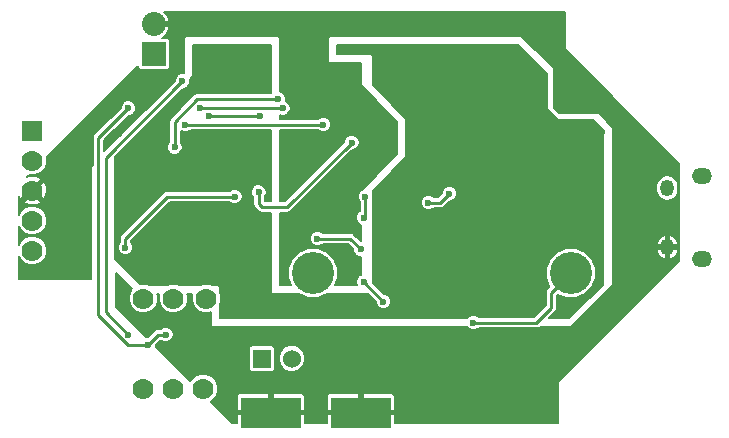
<source format=gbr>
G04 #@! TF.FileFunction,Copper,L2,Bot,Signal*
%FSLAX46Y46*%
G04 Gerber Fmt 4.6, Leading zero omitted, Abs format (unit mm)*
G04 Created by KiCad (PCBNEW 4.0.6-e0-6349~52~ubuntu16.10.1) date Wed Sep 13 22:27:02 2017*
%MOMM*%
%LPD*%
G01*
G04 APERTURE LIST*
%ADD10C,0.100000*%
%ADD11C,3.556000*%
%ADD12R,1.778000X1.778000*%
%ADD13C,1.778000*%
%ADD14O,1.150000X1.400000*%
%ADD15O,1.700000X1.325000*%
%ADD16R,2.032000X2.032000*%
%ADD17O,2.032000X2.032000*%
%ADD18R,5.080000X2.540000*%
%ADD19R,1.524000X1.524000*%
%ADD20C,1.524000*%
%ADD21C,0.600000*%
%ADD22C,0.250000*%
%ADD23C,0.203200*%
G04 APERTURE END LIST*
D10*
D11*
X17526000Y-4699000D03*
D12*
X-28067000Y7366000D03*
D13*
X-28067000Y4826000D03*
X-28067000Y2286000D03*
X-28067000Y-254000D03*
X-28067000Y-2794000D03*
X-18669000Y-14478000D03*
X-16129000Y-14478000D03*
X-13589000Y-14478000D03*
X-13335000Y-6858000D03*
X-16129000Y-6858000D03*
X-18669000Y-6858000D03*
D14*
X25695000Y-2500000D03*
X25695000Y2500000D03*
D15*
X28595000Y-3500000D03*
X28595000Y3500000D03*
D16*
X-17780000Y13843000D03*
D17*
X-17780000Y16383000D03*
D11*
X-4318000Y-4699000D03*
D18*
X-254000Y-16510000D03*
X-7874000Y-16510000D03*
D19*
X-8636000Y-11938000D03*
D20*
X-6096000Y-11938000D03*
D21*
X19685000Y-2921000D03*
X14986000Y10414000D03*
X20193000Y7239000D03*
X20066000Y5715000D03*
X11684000Y-6858000D03*
X-11303000Y13208000D03*
X-9779000Y13208000D03*
X-20447000Y2286000D03*
X-19685000Y3048000D03*
X3175000Y2286000D03*
X-6731000Y11811000D03*
X11430000Y-9779000D03*
X22098000Y-6350000D03*
X16637000Y9271000D03*
X12954000Y16891000D03*
X22987000Y7620000D03*
X22733000Y4064000D03*
X23622000Y2921000D03*
X-6350000Y-1651000D03*
X-13335000Y-10414000D03*
X-9779000Y16764000D03*
X-13970000Y16383000D03*
X-5207000Y4826000D03*
X-24003000Y2286000D03*
X-20701000Y7112000D03*
X-25781000Y-1016000D03*
X-635000Y3810000D03*
X-2159000Y3556000D03*
X-10922000Y1778000D03*
X-20193000Y-2540000D03*
X-254000Y-2667000D03*
X-3937000Y-1778000D03*
X-13843000Y9271000D03*
X-6858000Y9271000D03*
X-15113000Y7874000D03*
X-3429000Y7874000D03*
X-7239000Y10033000D03*
X-16002000Y5969000D03*
X-8890000Y2159000D03*
X-1016000Y6350000D03*
X9271000Y-8890000D03*
X-16764000Y-9906000D03*
X-19939000Y9271000D03*
X-18288000Y-10795000D03*
X-19939000Y-9906000D03*
X-15367000Y11557000D03*
X127000Y1778000D03*
X0Y0D03*
X5461000Y1270000D03*
X7239000Y2032000D03*
X0Y-5461000D03*
X1651000Y-7112000D03*
X-8763000Y8636000D03*
X-13081000Y8636000D03*
D22*
X-16637000Y1778000D02*
X-20193000Y-1778000D01*
X-16637000Y1778000D02*
X-10922000Y1778000D01*
X-20193000Y-2540000D02*
X-20193000Y-1778000D01*
X-1143000Y-1778000D02*
X-254000Y-2667000D01*
X-3937000Y-1778000D02*
X-1143000Y-1778000D01*
X-6858000Y9271000D02*
X-13843000Y9271000D01*
X-3429000Y7874000D02*
X-15113000Y7874000D01*
X-14097000Y10033000D02*
X-16002000Y8128000D01*
X-16002000Y8128000D02*
X-16002000Y5969000D01*
X-7239000Y10033000D02*
X-14097000Y10033000D01*
X-8890000Y1143000D02*
X-8890000Y2159000D01*
X-6477000Y889000D02*
X-8636000Y889000D01*
X-1016000Y6350000D02*
X-6477000Y889000D01*
X-8636000Y889000D02*
X-8890000Y1143000D01*
X15875000Y-6350000D02*
X17526000Y-4699000D01*
X9271000Y-8890000D02*
X14605000Y-8890000D01*
X14605000Y-8890000D02*
X15875000Y-7620000D01*
X15875000Y-7620000D02*
X15875000Y-6350000D01*
X-18288000Y-10795000D02*
X-17399000Y-9906000D01*
X-17399000Y-9906000D02*
X-16764000Y-9906000D01*
X-22479000Y6731000D02*
X-22479000Y-8255000D01*
X-22479000Y6731000D02*
X-19939000Y9271000D01*
X-19939000Y-10795000D02*
X-18288000Y-10795000D01*
X-22479000Y-8255000D02*
X-19939000Y-10795000D01*
X-21844000Y-8001000D02*
X-19939000Y-9906000D01*
X-21844000Y5080000D02*
X-15367000Y11557000D01*
X-21844000Y5080000D02*
X-21844000Y-8001000D01*
X127000Y127000D02*
X127000Y1778000D01*
X0Y0D02*
X127000Y127000D01*
X5461000Y1270000D02*
X6477000Y1270000D01*
X6477000Y1270000D02*
X7239000Y2032000D01*
X1651000Y-7112000D02*
X0Y-5461000D01*
X-13081000Y8636000D02*
X-8763000Y8636000D01*
D23*
G36*
X17043400Y14224000D02*
X17051405Y14184472D01*
X17073158Y14152158D01*
X26695400Y4529916D01*
X26695400Y-3640916D01*
X16438158Y-13898158D01*
X16415868Y-13931769D01*
X16408400Y-13970000D01*
X16408400Y-17424400D01*
X2641600Y-17424400D01*
X2641600Y-16751300D01*
X2552700Y-16662400D01*
X-101600Y-16662400D01*
X-101600Y-16682400D01*
X-406400Y-16682400D01*
X-406400Y-16662400D01*
X-3060700Y-16662400D01*
X-3149600Y-16751300D01*
X-3149600Y-17424400D01*
X-4978400Y-17424400D01*
X-4978400Y-16751300D01*
X-5067300Y-16662400D01*
X-7721600Y-16662400D01*
X-7721600Y-16682400D01*
X-8026400Y-16682400D01*
X-8026400Y-16662400D01*
X-10680700Y-16662400D01*
X-10769600Y-16751300D01*
X-10769600Y-17424400D01*
X-11133916Y-17424400D01*
X-12983744Y-15574572D01*
X-12884912Y-15533736D01*
X-12534495Y-15183930D01*
X-12528407Y-15169267D01*
X-10769600Y-15169267D01*
X-10769600Y-16268700D01*
X-10680700Y-16357600D01*
X-8026400Y-16357600D01*
X-8026400Y-14973300D01*
X-7721600Y-14973300D01*
X-7721600Y-16357600D01*
X-5067300Y-16357600D01*
X-4978400Y-16268700D01*
X-4978400Y-15169267D01*
X-3149600Y-15169267D01*
X-3149600Y-16268700D01*
X-3060700Y-16357600D01*
X-406400Y-16357600D01*
X-406400Y-14973300D01*
X-101600Y-14973300D01*
X-101600Y-16357600D01*
X2552700Y-16357600D01*
X2641600Y-16268700D01*
X2641600Y-15169267D01*
X2587463Y-15038569D01*
X2487431Y-14938537D01*
X2356733Y-14884400D01*
X-12700Y-14884400D01*
X-101600Y-14973300D01*
X-406400Y-14973300D01*
X-495300Y-14884400D01*
X-2864733Y-14884400D01*
X-2995431Y-14938537D01*
X-3095463Y-15038569D01*
X-3149600Y-15169267D01*
X-4978400Y-15169267D01*
X-5032537Y-15038569D01*
X-5132569Y-14938537D01*
X-5263267Y-14884400D01*
X-7632700Y-14884400D01*
X-7721600Y-14973300D01*
X-8026400Y-14973300D01*
X-8115300Y-14884400D01*
X-10484733Y-14884400D01*
X-10615431Y-14938537D01*
X-10715463Y-15038569D01*
X-10769600Y-15169267D01*
X-12528407Y-15169267D01*
X-12344617Y-14726652D01*
X-12344185Y-14231520D01*
X-12533264Y-13773912D01*
X-12883070Y-13423495D01*
X-13340348Y-13233617D01*
X-13835480Y-13233185D01*
X-14293088Y-13422264D01*
X-14643505Y-13772070D01*
X-14685386Y-13872930D01*
X-17382316Y-11176000D01*
X-9760566Y-11176000D01*
X-9760566Y-12700000D01*
X-9735770Y-12831777D01*
X-9657890Y-12952807D01*
X-9539058Y-13034001D01*
X-9398000Y-13062566D01*
X-7874000Y-13062566D01*
X-7742223Y-13037770D01*
X-7621193Y-12959890D01*
X-7539999Y-12841058D01*
X-7511434Y-12700000D01*
X-7511434Y-12159329D01*
X-7213793Y-12159329D01*
X-7044008Y-12570242D01*
X-6729896Y-12884903D01*
X-6319280Y-13055406D01*
X-5874671Y-13055793D01*
X-5463758Y-12886008D01*
X-5149097Y-12571896D01*
X-4978594Y-12161280D01*
X-4978207Y-11716671D01*
X-5147992Y-11305758D01*
X-5462104Y-10991097D01*
X-5872720Y-10820594D01*
X-6317329Y-10820207D01*
X-6728242Y-10989992D01*
X-7042903Y-11304104D01*
X-7213406Y-11714720D01*
X-7213793Y-12159329D01*
X-7511434Y-12159329D01*
X-7511434Y-11176000D01*
X-7536230Y-11044223D01*
X-7614110Y-10923193D01*
X-7732942Y-10841999D01*
X-7874000Y-10813434D01*
X-9398000Y-10813434D01*
X-9529777Y-10838230D01*
X-9650807Y-10916110D01*
X-9732001Y-11034942D01*
X-9760566Y-11176000D01*
X-17382316Y-11176000D01*
X-17632514Y-10925802D01*
X-17632421Y-10819092D01*
X-17205263Y-10391934D01*
X-17135852Y-10461467D01*
X-16894979Y-10561486D01*
X-16634165Y-10561714D01*
X-16393118Y-10462115D01*
X-16208533Y-10277852D01*
X-16108514Y-10036979D01*
X-16108286Y-9776165D01*
X-16207885Y-9535118D01*
X-16392148Y-9350533D01*
X-16633021Y-9250514D01*
X-16893835Y-9250286D01*
X-17134882Y-9349885D01*
X-17210529Y-9425400D01*
X-17398995Y-9425400D01*
X-17399000Y-9425399D01*
X-17582918Y-9461983D01*
X-17738836Y-9566164D01*
X-17738838Y-9566167D01*
X-18312050Y-10139378D01*
X-18417835Y-10139286D01*
X-18418681Y-10139635D01*
X-20980400Y-7577916D01*
X-20980400Y-4690284D01*
X-19620970Y-6049714D01*
X-19723505Y-6152070D01*
X-19913383Y-6609348D01*
X-19913815Y-7104480D01*
X-19724736Y-7562088D01*
X-19374930Y-7912505D01*
X-18917652Y-8102383D01*
X-18422520Y-8102815D01*
X-17964912Y-7913736D01*
X-17614495Y-7563930D01*
X-17424617Y-7106652D01*
X-17424185Y-6611520D01*
X-17490262Y-6451600D01*
X-17307880Y-6451600D01*
X-17373383Y-6609348D01*
X-17373815Y-7104480D01*
X-17184736Y-7562088D01*
X-16834930Y-7912505D01*
X-16377652Y-8102383D01*
X-15882520Y-8102815D01*
X-15424912Y-7913736D01*
X-15074495Y-7563930D01*
X-14884617Y-7106652D01*
X-14884185Y-6611520D01*
X-14950262Y-6451600D01*
X-14513880Y-6451600D01*
X-14579383Y-6609348D01*
X-14579815Y-7104480D01*
X-14390736Y-7562088D01*
X-14040930Y-7912505D01*
X-13583652Y-8102383D01*
X-13088520Y-8102815D01*
X-12928600Y-8036738D01*
X-12928600Y-9144000D01*
X-12920595Y-9183528D01*
X-12897843Y-9216828D01*
X-12863927Y-9238652D01*
X-12827000Y-9245600D01*
X8708571Y-9245600D01*
X8714885Y-9260882D01*
X8899148Y-9445467D01*
X9140021Y-9545486D01*
X9400835Y-9545714D01*
X9641882Y-9446115D01*
X9717529Y-9370600D01*
X14604995Y-9370600D01*
X14605000Y-9370601D01*
X14788918Y-9334017D01*
X14921243Y-9245600D01*
X17526000Y-9245600D01*
X17565528Y-9237595D01*
X17597842Y-9215842D01*
X21026842Y-5786842D01*
X21049132Y-5753231D01*
X21056600Y-5715000D01*
X21056600Y-2797290D01*
X24782359Y-2797290D01*
X24917762Y-3133428D01*
X25171493Y-3392162D01*
X25400864Y-3507893D01*
X25542600Y-3452788D01*
X25542600Y-2652400D01*
X25847400Y-2652400D01*
X25847400Y-3452788D01*
X25989136Y-3507893D01*
X26218507Y-3392162D01*
X26472238Y-3133428D01*
X26607641Y-2797290D01*
X26534457Y-2652400D01*
X25847400Y-2652400D01*
X25542600Y-2652400D01*
X24855543Y-2652400D01*
X24782359Y-2797290D01*
X21056600Y-2797290D01*
X21056600Y-2202710D01*
X24782359Y-2202710D01*
X24855543Y-2347600D01*
X25542600Y-2347600D01*
X25542600Y-1547212D01*
X25847400Y-1547212D01*
X25847400Y-2347600D01*
X26534457Y-2347600D01*
X26607641Y-2202710D01*
X26472238Y-1866572D01*
X26218507Y-1607838D01*
X25989136Y-1492107D01*
X25847400Y-1547212D01*
X25542600Y-1547212D01*
X25400864Y-1492107D01*
X25171493Y-1607838D01*
X24917762Y-1866572D01*
X24782359Y-2202710D01*
X21056600Y-2202710D01*
X21056600Y2645680D01*
X24764400Y2645680D01*
X24764400Y2354320D01*
X24835238Y1998195D01*
X25036966Y1696286D01*
X25338875Y1494558D01*
X25695000Y1423720D01*
X26051125Y1494558D01*
X26353034Y1696286D01*
X26554762Y1998195D01*
X26625600Y2354320D01*
X26625600Y2645680D01*
X26554762Y3001805D01*
X26353034Y3303714D01*
X26051125Y3505442D01*
X25695000Y3576280D01*
X25338875Y3505442D01*
X25036966Y3303714D01*
X24835238Y3001805D01*
X24764400Y2645680D01*
X21056600Y2645680D01*
X21056600Y7620000D01*
X21048595Y7659528D01*
X21026842Y7691842D01*
X19883842Y8834842D01*
X19850231Y8857132D01*
X19812000Y8864600D01*
X16552084Y8864600D01*
X16103600Y9313084D01*
X16103600Y12573000D01*
X16095595Y12612528D01*
X16073842Y12644842D01*
X13406842Y15311842D01*
X13373231Y15334132D01*
X13335000Y15341600D01*
X-2921000Y15341600D01*
X-2960528Y15333595D01*
X-2993828Y15310843D01*
X-3015652Y15276927D01*
X-3022600Y15240000D01*
X-3022600Y13208000D01*
X-3014595Y13168472D01*
X-2991843Y13135172D01*
X-2957927Y13113348D01*
X-2921000Y13106400D01*
X-228600Y13106400D01*
X-228600Y11176000D01*
X-220595Y11136472D01*
X-198842Y11104158D01*
X2819400Y8085916D01*
X2819400Y5376084D01*
X-198842Y2357842D01*
X-203516Y2350794D01*
X-243882Y2334115D01*
X-428467Y2149852D01*
X-528486Y1908979D01*
X-528714Y1648165D01*
X-429115Y1407118D01*
X-353600Y1331471D01*
X-353600Y563256D01*
X-370882Y556115D01*
X-555467Y371852D01*
X-655486Y130979D01*
X-655714Y-129835D01*
X-556115Y-370882D01*
X-371852Y-555467D01*
X-228600Y-614950D01*
X-228600Y-2011422D01*
X-229908Y-2011421D01*
X-803164Y-1438164D01*
X-959082Y-1333983D01*
X-1143000Y-1297399D01*
X-1143005Y-1297400D01*
X-3490412Y-1297400D01*
X-3565148Y-1222533D01*
X-3806021Y-1122514D01*
X-4066835Y-1122286D01*
X-4307882Y-1221885D01*
X-4492467Y-1406148D01*
X-4592486Y-1647021D01*
X-4592714Y-1907835D01*
X-4493115Y-2148882D01*
X-4308852Y-2333467D01*
X-4067979Y-2433486D01*
X-3807165Y-2433714D01*
X-3566118Y-2334115D01*
X-3490471Y-2258600D01*
X-1342072Y-2258600D01*
X-909622Y-2691050D01*
X-909714Y-2796835D01*
X-810115Y-3037882D01*
X-625852Y-3222467D01*
X-384979Y-3322486D01*
X-228600Y-3322623D01*
X-228600Y-4846095D01*
X-370882Y-4904885D01*
X-555467Y-5089148D01*
X-655486Y-5330021D01*
X-655714Y-5590835D01*
X-593915Y-5740400D01*
X-2440199Y-5740400D01*
X-2184771Y-5125261D01*
X-2184030Y-4276463D01*
X-2508167Y-3491991D01*
X-3107835Y-2891276D01*
X-3891739Y-2565771D01*
X-4740537Y-2565030D01*
X-5525009Y-2889167D01*
X-6125724Y-3488835D01*
X-6451229Y-4272739D01*
X-6451970Y-5121537D01*
X-6196261Y-5740400D01*
X-7137400Y-5740400D01*
X-7137400Y408400D01*
X-6477005Y408400D01*
X-6477000Y408399D01*
X-6293082Y444983D01*
X-6137164Y549164D01*
X-991950Y5694378D01*
X-886165Y5694286D01*
X-645118Y5793885D01*
X-460533Y5978148D01*
X-360514Y6219021D01*
X-360286Y6479835D01*
X-459885Y6720882D01*
X-644148Y6905467D01*
X-885021Y7005486D01*
X-1145835Y7005714D01*
X-1386882Y6906115D01*
X-1571467Y6721852D01*
X-1671486Y6480979D01*
X-1671579Y6374092D01*
X-6676072Y1369600D01*
X-7137400Y1369600D01*
X-7137400Y7393400D01*
X-3875588Y7393400D01*
X-3800852Y7318533D01*
X-3559979Y7218514D01*
X-3299165Y7218286D01*
X-3058118Y7317885D01*
X-2873533Y7502148D01*
X-2773514Y7743021D01*
X-2773286Y8003835D01*
X-2872885Y8244882D01*
X-3057148Y8429467D01*
X-3298021Y8529486D01*
X-3558835Y8529714D01*
X-3799882Y8430115D01*
X-3875529Y8354600D01*
X-7137400Y8354600D01*
X-7137400Y8677144D01*
X-6988979Y8615514D01*
X-6728165Y8615286D01*
X-6487118Y8714885D01*
X-6302533Y8899148D01*
X-6202514Y9140021D01*
X-6202286Y9400835D01*
X-6301885Y9641882D01*
X-6486148Y9826467D01*
X-6595954Y9872062D01*
X-6583514Y9902021D01*
X-6583286Y10162835D01*
X-6682885Y10403882D01*
X-6867148Y10588467D01*
X-7108021Y10688486D01*
X-7137400Y10688512D01*
X-7137400Y15240000D01*
X-7145405Y15279528D01*
X-7168157Y15312828D01*
X-7202073Y15334652D01*
X-7239000Y15341600D01*
X-15113000Y15341600D01*
X-15152528Y15333595D01*
X-15185828Y15310843D01*
X-15207652Y15276927D01*
X-15214600Y15240000D01*
X-15214600Y12234084D01*
X-15236198Y12212486D01*
X-15496835Y12212714D01*
X-15737882Y12113115D01*
X-15922467Y11928852D01*
X-16022486Y11687979D01*
X-16022579Y11581092D01*
X-21998400Y5605272D01*
X-21998400Y6531928D01*
X-19914950Y8615378D01*
X-19809165Y8615286D01*
X-19568118Y8714885D01*
X-19383533Y8899148D01*
X-19283514Y9140021D01*
X-19283286Y9400835D01*
X-19382885Y9641882D01*
X-19567148Y9826467D01*
X-19808021Y9926486D01*
X-20068835Y9926714D01*
X-20309882Y9827115D01*
X-20494467Y9642852D01*
X-20594486Y9401979D01*
X-20594579Y9295092D01*
X-22818836Y7070836D01*
X-22923017Y6914918D01*
X-22959601Y6731000D01*
X-22959600Y6730995D01*
X-22959600Y4489084D01*
X-23058842Y4389842D01*
X-23081132Y4356231D01*
X-23088600Y4318000D01*
X-23088600Y-5232400D01*
X-29235400Y-5232400D01*
X-29235400Y-3225419D01*
X-29122736Y-3498088D01*
X-28772930Y-3848505D01*
X-28315652Y-4038383D01*
X-27820520Y-4038815D01*
X-27362912Y-3849736D01*
X-27012495Y-3499930D01*
X-26822617Y-3042652D01*
X-26822185Y-2547520D01*
X-27011264Y-2089912D01*
X-27361070Y-1739495D01*
X-27818348Y-1549617D01*
X-28313480Y-1549185D01*
X-28771088Y-1738264D01*
X-29121505Y-2088070D01*
X-29235400Y-2362360D01*
X-29235400Y-685419D01*
X-29122736Y-958088D01*
X-28772930Y-1308505D01*
X-28315652Y-1498383D01*
X-27820520Y-1498815D01*
X-27362912Y-1309736D01*
X-27012495Y-959930D01*
X-26822617Y-502652D01*
X-26822185Y-7520D01*
X-27011264Y450088D01*
X-27361070Y800505D01*
X-27818348Y990383D01*
X-28313480Y990815D01*
X-28771088Y801736D01*
X-29121505Y451930D01*
X-29235400Y177640D01*
X-29235400Y1350780D01*
X-28786694Y1350780D01*
X-28684196Y1177223D01*
X-28212904Y1025434D01*
X-27719400Y1065553D01*
X-27449804Y1177223D01*
X-27347306Y1350780D01*
X-28067000Y2070474D01*
X-28786694Y1350780D01*
X-29235400Y1350780D01*
X-29235400Y1812747D01*
X-29175777Y1668804D01*
X-29002220Y1566306D01*
X-28282526Y2286000D01*
X-27851474Y2286000D01*
X-27131780Y1566306D01*
X-26958223Y1668804D01*
X-26806434Y2140096D01*
X-26846553Y2633600D01*
X-26958223Y2903196D01*
X-27131780Y3005694D01*
X-27851474Y2286000D01*
X-28282526Y2286000D01*
X-28296668Y2300142D01*
X-28081142Y2515668D01*
X-28067000Y2501526D01*
X-27347306Y3221220D01*
X-27449804Y3394777D01*
X-27921096Y3546566D01*
X-28414600Y3506447D01*
X-28527728Y3459588D01*
X-28379279Y3608037D01*
X-28315652Y3581617D01*
X-27820520Y3581185D01*
X-27362912Y3770264D01*
X-27012495Y4120070D01*
X-26822617Y4577348D01*
X-26822185Y5072480D01*
X-26849274Y5138042D01*
X-19158566Y12828750D01*
X-19158566Y12827000D01*
X-19133770Y12695223D01*
X-19055890Y12574193D01*
X-18937058Y12492999D01*
X-18796000Y12464434D01*
X-16764000Y12464434D01*
X-16632223Y12489230D01*
X-16511193Y12567110D01*
X-16429999Y12685942D01*
X-16401434Y12827000D01*
X-16401434Y14859000D01*
X-16426230Y14990777D01*
X-16504110Y15111807D01*
X-16622942Y15193001D01*
X-16764000Y15221566D01*
X-17095012Y15221566D01*
X-16937829Y15300378D01*
X-16587634Y15705073D01*
X-16457516Y16019239D01*
X-16506386Y16230600D01*
X-17627600Y16230600D01*
X-17627600Y16210600D01*
X-17932400Y16210600D01*
X-17932400Y16230600D01*
X-17952400Y16230600D01*
X-17952400Y16535400D01*
X-17932400Y16535400D01*
X-17932400Y16555400D01*
X-17627600Y16555400D01*
X-17627600Y16535400D01*
X-16506386Y16535400D01*
X-16457516Y16746761D01*
X-16587634Y17060927D01*
X-16902158Y17424400D01*
X17043400Y17424400D01*
X17043400Y14224000D01*
X17043400Y14224000D01*
G37*
X17043400Y14224000D02*
X17051405Y14184472D01*
X17073158Y14152158D01*
X26695400Y4529916D01*
X26695400Y-3640916D01*
X16438158Y-13898158D01*
X16415868Y-13931769D01*
X16408400Y-13970000D01*
X16408400Y-17424400D01*
X2641600Y-17424400D01*
X2641600Y-16751300D01*
X2552700Y-16662400D01*
X-101600Y-16662400D01*
X-101600Y-16682400D01*
X-406400Y-16682400D01*
X-406400Y-16662400D01*
X-3060700Y-16662400D01*
X-3149600Y-16751300D01*
X-3149600Y-17424400D01*
X-4978400Y-17424400D01*
X-4978400Y-16751300D01*
X-5067300Y-16662400D01*
X-7721600Y-16662400D01*
X-7721600Y-16682400D01*
X-8026400Y-16682400D01*
X-8026400Y-16662400D01*
X-10680700Y-16662400D01*
X-10769600Y-16751300D01*
X-10769600Y-17424400D01*
X-11133916Y-17424400D01*
X-12983744Y-15574572D01*
X-12884912Y-15533736D01*
X-12534495Y-15183930D01*
X-12528407Y-15169267D01*
X-10769600Y-15169267D01*
X-10769600Y-16268700D01*
X-10680700Y-16357600D01*
X-8026400Y-16357600D01*
X-8026400Y-14973300D01*
X-7721600Y-14973300D01*
X-7721600Y-16357600D01*
X-5067300Y-16357600D01*
X-4978400Y-16268700D01*
X-4978400Y-15169267D01*
X-3149600Y-15169267D01*
X-3149600Y-16268700D01*
X-3060700Y-16357600D01*
X-406400Y-16357600D01*
X-406400Y-14973300D01*
X-101600Y-14973300D01*
X-101600Y-16357600D01*
X2552700Y-16357600D01*
X2641600Y-16268700D01*
X2641600Y-15169267D01*
X2587463Y-15038569D01*
X2487431Y-14938537D01*
X2356733Y-14884400D01*
X-12700Y-14884400D01*
X-101600Y-14973300D01*
X-406400Y-14973300D01*
X-495300Y-14884400D01*
X-2864733Y-14884400D01*
X-2995431Y-14938537D01*
X-3095463Y-15038569D01*
X-3149600Y-15169267D01*
X-4978400Y-15169267D01*
X-5032537Y-15038569D01*
X-5132569Y-14938537D01*
X-5263267Y-14884400D01*
X-7632700Y-14884400D01*
X-7721600Y-14973300D01*
X-8026400Y-14973300D01*
X-8115300Y-14884400D01*
X-10484733Y-14884400D01*
X-10615431Y-14938537D01*
X-10715463Y-15038569D01*
X-10769600Y-15169267D01*
X-12528407Y-15169267D01*
X-12344617Y-14726652D01*
X-12344185Y-14231520D01*
X-12533264Y-13773912D01*
X-12883070Y-13423495D01*
X-13340348Y-13233617D01*
X-13835480Y-13233185D01*
X-14293088Y-13422264D01*
X-14643505Y-13772070D01*
X-14685386Y-13872930D01*
X-17382316Y-11176000D01*
X-9760566Y-11176000D01*
X-9760566Y-12700000D01*
X-9735770Y-12831777D01*
X-9657890Y-12952807D01*
X-9539058Y-13034001D01*
X-9398000Y-13062566D01*
X-7874000Y-13062566D01*
X-7742223Y-13037770D01*
X-7621193Y-12959890D01*
X-7539999Y-12841058D01*
X-7511434Y-12700000D01*
X-7511434Y-12159329D01*
X-7213793Y-12159329D01*
X-7044008Y-12570242D01*
X-6729896Y-12884903D01*
X-6319280Y-13055406D01*
X-5874671Y-13055793D01*
X-5463758Y-12886008D01*
X-5149097Y-12571896D01*
X-4978594Y-12161280D01*
X-4978207Y-11716671D01*
X-5147992Y-11305758D01*
X-5462104Y-10991097D01*
X-5872720Y-10820594D01*
X-6317329Y-10820207D01*
X-6728242Y-10989992D01*
X-7042903Y-11304104D01*
X-7213406Y-11714720D01*
X-7213793Y-12159329D01*
X-7511434Y-12159329D01*
X-7511434Y-11176000D01*
X-7536230Y-11044223D01*
X-7614110Y-10923193D01*
X-7732942Y-10841999D01*
X-7874000Y-10813434D01*
X-9398000Y-10813434D01*
X-9529777Y-10838230D01*
X-9650807Y-10916110D01*
X-9732001Y-11034942D01*
X-9760566Y-11176000D01*
X-17382316Y-11176000D01*
X-17632514Y-10925802D01*
X-17632421Y-10819092D01*
X-17205263Y-10391934D01*
X-17135852Y-10461467D01*
X-16894979Y-10561486D01*
X-16634165Y-10561714D01*
X-16393118Y-10462115D01*
X-16208533Y-10277852D01*
X-16108514Y-10036979D01*
X-16108286Y-9776165D01*
X-16207885Y-9535118D01*
X-16392148Y-9350533D01*
X-16633021Y-9250514D01*
X-16893835Y-9250286D01*
X-17134882Y-9349885D01*
X-17210529Y-9425400D01*
X-17398995Y-9425400D01*
X-17399000Y-9425399D01*
X-17582918Y-9461983D01*
X-17738836Y-9566164D01*
X-17738838Y-9566167D01*
X-18312050Y-10139378D01*
X-18417835Y-10139286D01*
X-18418681Y-10139635D01*
X-20980400Y-7577916D01*
X-20980400Y-4690284D01*
X-19620970Y-6049714D01*
X-19723505Y-6152070D01*
X-19913383Y-6609348D01*
X-19913815Y-7104480D01*
X-19724736Y-7562088D01*
X-19374930Y-7912505D01*
X-18917652Y-8102383D01*
X-18422520Y-8102815D01*
X-17964912Y-7913736D01*
X-17614495Y-7563930D01*
X-17424617Y-7106652D01*
X-17424185Y-6611520D01*
X-17490262Y-6451600D01*
X-17307880Y-6451600D01*
X-17373383Y-6609348D01*
X-17373815Y-7104480D01*
X-17184736Y-7562088D01*
X-16834930Y-7912505D01*
X-16377652Y-8102383D01*
X-15882520Y-8102815D01*
X-15424912Y-7913736D01*
X-15074495Y-7563930D01*
X-14884617Y-7106652D01*
X-14884185Y-6611520D01*
X-14950262Y-6451600D01*
X-14513880Y-6451600D01*
X-14579383Y-6609348D01*
X-14579815Y-7104480D01*
X-14390736Y-7562088D01*
X-14040930Y-7912505D01*
X-13583652Y-8102383D01*
X-13088520Y-8102815D01*
X-12928600Y-8036738D01*
X-12928600Y-9144000D01*
X-12920595Y-9183528D01*
X-12897843Y-9216828D01*
X-12863927Y-9238652D01*
X-12827000Y-9245600D01*
X8708571Y-9245600D01*
X8714885Y-9260882D01*
X8899148Y-9445467D01*
X9140021Y-9545486D01*
X9400835Y-9545714D01*
X9641882Y-9446115D01*
X9717529Y-9370600D01*
X14604995Y-9370600D01*
X14605000Y-9370601D01*
X14788918Y-9334017D01*
X14921243Y-9245600D01*
X17526000Y-9245600D01*
X17565528Y-9237595D01*
X17597842Y-9215842D01*
X21026842Y-5786842D01*
X21049132Y-5753231D01*
X21056600Y-5715000D01*
X21056600Y-2797290D01*
X24782359Y-2797290D01*
X24917762Y-3133428D01*
X25171493Y-3392162D01*
X25400864Y-3507893D01*
X25542600Y-3452788D01*
X25542600Y-2652400D01*
X25847400Y-2652400D01*
X25847400Y-3452788D01*
X25989136Y-3507893D01*
X26218507Y-3392162D01*
X26472238Y-3133428D01*
X26607641Y-2797290D01*
X26534457Y-2652400D01*
X25847400Y-2652400D01*
X25542600Y-2652400D01*
X24855543Y-2652400D01*
X24782359Y-2797290D01*
X21056600Y-2797290D01*
X21056600Y-2202710D01*
X24782359Y-2202710D01*
X24855543Y-2347600D01*
X25542600Y-2347600D01*
X25542600Y-1547212D01*
X25847400Y-1547212D01*
X25847400Y-2347600D01*
X26534457Y-2347600D01*
X26607641Y-2202710D01*
X26472238Y-1866572D01*
X26218507Y-1607838D01*
X25989136Y-1492107D01*
X25847400Y-1547212D01*
X25542600Y-1547212D01*
X25400864Y-1492107D01*
X25171493Y-1607838D01*
X24917762Y-1866572D01*
X24782359Y-2202710D01*
X21056600Y-2202710D01*
X21056600Y2645680D01*
X24764400Y2645680D01*
X24764400Y2354320D01*
X24835238Y1998195D01*
X25036966Y1696286D01*
X25338875Y1494558D01*
X25695000Y1423720D01*
X26051125Y1494558D01*
X26353034Y1696286D01*
X26554762Y1998195D01*
X26625600Y2354320D01*
X26625600Y2645680D01*
X26554762Y3001805D01*
X26353034Y3303714D01*
X26051125Y3505442D01*
X25695000Y3576280D01*
X25338875Y3505442D01*
X25036966Y3303714D01*
X24835238Y3001805D01*
X24764400Y2645680D01*
X21056600Y2645680D01*
X21056600Y7620000D01*
X21048595Y7659528D01*
X21026842Y7691842D01*
X19883842Y8834842D01*
X19850231Y8857132D01*
X19812000Y8864600D01*
X16552084Y8864600D01*
X16103600Y9313084D01*
X16103600Y12573000D01*
X16095595Y12612528D01*
X16073842Y12644842D01*
X13406842Y15311842D01*
X13373231Y15334132D01*
X13335000Y15341600D01*
X-2921000Y15341600D01*
X-2960528Y15333595D01*
X-2993828Y15310843D01*
X-3015652Y15276927D01*
X-3022600Y15240000D01*
X-3022600Y13208000D01*
X-3014595Y13168472D01*
X-2991843Y13135172D01*
X-2957927Y13113348D01*
X-2921000Y13106400D01*
X-228600Y13106400D01*
X-228600Y11176000D01*
X-220595Y11136472D01*
X-198842Y11104158D01*
X2819400Y8085916D01*
X2819400Y5376084D01*
X-198842Y2357842D01*
X-203516Y2350794D01*
X-243882Y2334115D01*
X-428467Y2149852D01*
X-528486Y1908979D01*
X-528714Y1648165D01*
X-429115Y1407118D01*
X-353600Y1331471D01*
X-353600Y563256D01*
X-370882Y556115D01*
X-555467Y371852D01*
X-655486Y130979D01*
X-655714Y-129835D01*
X-556115Y-370882D01*
X-371852Y-555467D01*
X-228600Y-614950D01*
X-228600Y-2011422D01*
X-229908Y-2011421D01*
X-803164Y-1438164D01*
X-959082Y-1333983D01*
X-1143000Y-1297399D01*
X-1143005Y-1297400D01*
X-3490412Y-1297400D01*
X-3565148Y-1222533D01*
X-3806021Y-1122514D01*
X-4066835Y-1122286D01*
X-4307882Y-1221885D01*
X-4492467Y-1406148D01*
X-4592486Y-1647021D01*
X-4592714Y-1907835D01*
X-4493115Y-2148882D01*
X-4308852Y-2333467D01*
X-4067979Y-2433486D01*
X-3807165Y-2433714D01*
X-3566118Y-2334115D01*
X-3490471Y-2258600D01*
X-1342072Y-2258600D01*
X-909622Y-2691050D01*
X-909714Y-2796835D01*
X-810115Y-3037882D01*
X-625852Y-3222467D01*
X-384979Y-3322486D01*
X-228600Y-3322623D01*
X-228600Y-4846095D01*
X-370882Y-4904885D01*
X-555467Y-5089148D01*
X-655486Y-5330021D01*
X-655714Y-5590835D01*
X-593915Y-5740400D01*
X-2440199Y-5740400D01*
X-2184771Y-5125261D01*
X-2184030Y-4276463D01*
X-2508167Y-3491991D01*
X-3107835Y-2891276D01*
X-3891739Y-2565771D01*
X-4740537Y-2565030D01*
X-5525009Y-2889167D01*
X-6125724Y-3488835D01*
X-6451229Y-4272739D01*
X-6451970Y-5121537D01*
X-6196261Y-5740400D01*
X-7137400Y-5740400D01*
X-7137400Y408400D01*
X-6477005Y408400D01*
X-6477000Y408399D01*
X-6293082Y444983D01*
X-6137164Y549164D01*
X-991950Y5694378D01*
X-886165Y5694286D01*
X-645118Y5793885D01*
X-460533Y5978148D01*
X-360514Y6219021D01*
X-360286Y6479835D01*
X-459885Y6720882D01*
X-644148Y6905467D01*
X-885021Y7005486D01*
X-1145835Y7005714D01*
X-1386882Y6906115D01*
X-1571467Y6721852D01*
X-1671486Y6480979D01*
X-1671579Y6374092D01*
X-6676072Y1369600D01*
X-7137400Y1369600D01*
X-7137400Y7393400D01*
X-3875588Y7393400D01*
X-3800852Y7318533D01*
X-3559979Y7218514D01*
X-3299165Y7218286D01*
X-3058118Y7317885D01*
X-2873533Y7502148D01*
X-2773514Y7743021D01*
X-2773286Y8003835D01*
X-2872885Y8244882D01*
X-3057148Y8429467D01*
X-3298021Y8529486D01*
X-3558835Y8529714D01*
X-3799882Y8430115D01*
X-3875529Y8354600D01*
X-7137400Y8354600D01*
X-7137400Y8677144D01*
X-6988979Y8615514D01*
X-6728165Y8615286D01*
X-6487118Y8714885D01*
X-6302533Y8899148D01*
X-6202514Y9140021D01*
X-6202286Y9400835D01*
X-6301885Y9641882D01*
X-6486148Y9826467D01*
X-6595954Y9872062D01*
X-6583514Y9902021D01*
X-6583286Y10162835D01*
X-6682885Y10403882D01*
X-6867148Y10588467D01*
X-7108021Y10688486D01*
X-7137400Y10688512D01*
X-7137400Y15240000D01*
X-7145405Y15279528D01*
X-7168157Y15312828D01*
X-7202073Y15334652D01*
X-7239000Y15341600D01*
X-15113000Y15341600D01*
X-15152528Y15333595D01*
X-15185828Y15310843D01*
X-15207652Y15276927D01*
X-15214600Y15240000D01*
X-15214600Y12234084D01*
X-15236198Y12212486D01*
X-15496835Y12212714D01*
X-15737882Y12113115D01*
X-15922467Y11928852D01*
X-16022486Y11687979D01*
X-16022579Y11581092D01*
X-21998400Y5605272D01*
X-21998400Y6531928D01*
X-19914950Y8615378D01*
X-19809165Y8615286D01*
X-19568118Y8714885D01*
X-19383533Y8899148D01*
X-19283514Y9140021D01*
X-19283286Y9400835D01*
X-19382885Y9641882D01*
X-19567148Y9826467D01*
X-19808021Y9926486D01*
X-20068835Y9926714D01*
X-20309882Y9827115D01*
X-20494467Y9642852D01*
X-20594486Y9401979D01*
X-20594579Y9295092D01*
X-22818836Y7070836D01*
X-22923017Y6914918D01*
X-22959601Y6731000D01*
X-22959600Y6730995D01*
X-22959600Y4489084D01*
X-23058842Y4389842D01*
X-23081132Y4356231D01*
X-23088600Y4318000D01*
X-23088600Y-5232400D01*
X-29235400Y-5232400D01*
X-29235400Y-3225419D01*
X-29122736Y-3498088D01*
X-28772930Y-3848505D01*
X-28315652Y-4038383D01*
X-27820520Y-4038815D01*
X-27362912Y-3849736D01*
X-27012495Y-3499930D01*
X-26822617Y-3042652D01*
X-26822185Y-2547520D01*
X-27011264Y-2089912D01*
X-27361070Y-1739495D01*
X-27818348Y-1549617D01*
X-28313480Y-1549185D01*
X-28771088Y-1738264D01*
X-29121505Y-2088070D01*
X-29235400Y-2362360D01*
X-29235400Y-685419D01*
X-29122736Y-958088D01*
X-28772930Y-1308505D01*
X-28315652Y-1498383D01*
X-27820520Y-1498815D01*
X-27362912Y-1309736D01*
X-27012495Y-959930D01*
X-26822617Y-502652D01*
X-26822185Y-7520D01*
X-27011264Y450088D01*
X-27361070Y800505D01*
X-27818348Y990383D01*
X-28313480Y990815D01*
X-28771088Y801736D01*
X-29121505Y451930D01*
X-29235400Y177640D01*
X-29235400Y1350780D01*
X-28786694Y1350780D01*
X-28684196Y1177223D01*
X-28212904Y1025434D01*
X-27719400Y1065553D01*
X-27449804Y1177223D01*
X-27347306Y1350780D01*
X-28067000Y2070474D01*
X-28786694Y1350780D01*
X-29235400Y1350780D01*
X-29235400Y1812747D01*
X-29175777Y1668804D01*
X-29002220Y1566306D01*
X-28282526Y2286000D01*
X-27851474Y2286000D01*
X-27131780Y1566306D01*
X-26958223Y1668804D01*
X-26806434Y2140096D01*
X-26846553Y2633600D01*
X-26958223Y2903196D01*
X-27131780Y3005694D01*
X-27851474Y2286000D01*
X-28282526Y2286000D01*
X-28296668Y2300142D01*
X-28081142Y2515668D01*
X-28067000Y2501526D01*
X-27347306Y3221220D01*
X-27449804Y3394777D01*
X-27921096Y3546566D01*
X-28414600Y3506447D01*
X-28527728Y3459588D01*
X-28379279Y3608037D01*
X-28315652Y3581617D01*
X-27820520Y3581185D01*
X-27362912Y3770264D01*
X-27012495Y4120070D01*
X-26822617Y4577348D01*
X-26822185Y5072480D01*
X-26849274Y5138042D01*
X-19158566Y12828750D01*
X-19158566Y12827000D01*
X-19133770Y12695223D01*
X-19055890Y12574193D01*
X-18937058Y12492999D01*
X-18796000Y12464434D01*
X-16764000Y12464434D01*
X-16632223Y12489230D01*
X-16511193Y12567110D01*
X-16429999Y12685942D01*
X-16401434Y12827000D01*
X-16401434Y14859000D01*
X-16426230Y14990777D01*
X-16504110Y15111807D01*
X-16622942Y15193001D01*
X-16764000Y15221566D01*
X-17095012Y15221566D01*
X-16937829Y15300378D01*
X-16587634Y15705073D01*
X-16457516Y16019239D01*
X-16506386Y16230600D01*
X-17627600Y16230600D01*
X-17627600Y16210600D01*
X-17932400Y16210600D01*
X-17932400Y16230600D01*
X-17952400Y16230600D01*
X-17952400Y16535400D01*
X-17932400Y16535400D01*
X-17932400Y16555400D01*
X-17627600Y16555400D01*
X-17627600Y16535400D01*
X-16506386Y16535400D01*
X-16457516Y16746761D01*
X-16587634Y17060927D01*
X-16902158Y17424400D01*
X17043400Y17424400D01*
X17043400Y14224000D01*
G36*
X-7848600Y10513600D02*
X-14096995Y10513600D01*
X-14097000Y10513601D01*
X-14280918Y10477017D01*
X-14436836Y10372836D01*
X-14436838Y10372833D01*
X-16341836Y8467836D01*
X-16446017Y8311918D01*
X-16482601Y8128000D01*
X-16482600Y8127995D01*
X-16482600Y6415588D01*
X-16557467Y6340852D01*
X-16657486Y6099979D01*
X-16657714Y5839165D01*
X-16558115Y5598118D01*
X-16373852Y5413533D01*
X-16132979Y5313514D01*
X-15872165Y5313286D01*
X-15631118Y5412885D01*
X-15446533Y5597148D01*
X-15346514Y5838021D01*
X-15346286Y6098835D01*
X-15445885Y6339882D01*
X-15521400Y6415529D01*
X-15521400Y7355145D01*
X-15484852Y7318533D01*
X-15243979Y7218514D01*
X-14983165Y7218286D01*
X-14742118Y7317885D01*
X-14666471Y7393400D01*
X-7848600Y7393400D01*
X-7848600Y1369600D01*
X-8409400Y1369600D01*
X-8409400Y1712412D01*
X-8334533Y1787148D01*
X-8234514Y2028021D01*
X-8234286Y2288835D01*
X-8333885Y2529882D01*
X-8518148Y2714467D01*
X-8759021Y2814486D01*
X-9019835Y2814714D01*
X-9260882Y2715115D01*
X-9445467Y2530852D01*
X-9545486Y2289979D01*
X-9545714Y2029165D01*
X-9446115Y1788118D01*
X-9370600Y1712471D01*
X-9370600Y1143005D01*
X-9370601Y1143000D01*
X-9334017Y959082D01*
X-9229836Y803164D01*
X-8975838Y549167D01*
X-8975836Y549164D01*
X-8852622Y466835D01*
X-8819918Y444983D01*
X-8636000Y408399D01*
X-8635995Y408400D01*
X-7848600Y408400D01*
X-7848600Y-6350000D01*
X-7840595Y-6389528D01*
X-7817843Y-6422828D01*
X-7783927Y-6444652D01*
X-7747000Y-6451600D01*
X-5583193Y-6451600D01*
X-5528165Y-6506724D01*
X-4744261Y-6832229D01*
X-3895463Y-6832970D01*
X-3110991Y-6508833D01*
X-3053658Y-6451600D01*
X310929Y-6451600D01*
X995378Y-7136050D01*
X995286Y-7241835D01*
X1094885Y-7482882D01*
X1279148Y-7667467D01*
X1520021Y-7767486D01*
X1780835Y-7767714D01*
X2021882Y-7668115D01*
X2206467Y-7483852D01*
X2306486Y-7242979D01*
X2306714Y-6982165D01*
X2207115Y-6741118D01*
X2022852Y-6556533D01*
X1781979Y-6456514D01*
X1675092Y-6456421D01*
X736600Y-5517928D01*
X736600Y1140165D01*
X4805286Y1140165D01*
X4904885Y899118D01*
X5089148Y714533D01*
X5330021Y614514D01*
X5590835Y614286D01*
X5831882Y713885D01*
X5907529Y789400D01*
X6476995Y789400D01*
X6477000Y789399D01*
X6660918Y825983D01*
X6816836Y930164D01*
X7263050Y1376378D01*
X7368835Y1376286D01*
X7609882Y1475885D01*
X7794467Y1660148D01*
X7894486Y1901021D01*
X7894714Y2161835D01*
X7795115Y2402882D01*
X7610852Y2587467D01*
X7369979Y2687486D01*
X7109165Y2687714D01*
X6868118Y2588115D01*
X6683533Y2403852D01*
X6583514Y2162979D01*
X6583421Y2056092D01*
X6277928Y1750600D01*
X5907588Y1750600D01*
X5832852Y1825467D01*
X5591979Y1925486D01*
X5331165Y1925714D01*
X5090118Y1826115D01*
X4905533Y1641852D01*
X4805514Y1400979D01*
X4805286Y1140165D01*
X736600Y1140165D01*
X736600Y1536515D01*
X782486Y1647021D01*
X782714Y1907835D01*
X736600Y2019439D01*
X736600Y2243916D01*
X3500842Y5008158D01*
X3523132Y5041769D01*
X3530600Y5080000D01*
X3530600Y8382000D01*
X3522595Y8421528D01*
X3500842Y8453842D01*
X736600Y11218084D01*
X736600Y13716000D01*
X728595Y13755528D01*
X705843Y13788828D01*
X671927Y13810652D01*
X635000Y13817600D01*
X-2311400Y13817600D01*
X-2311400Y14630400D01*
X13038916Y14630400D01*
X15519400Y12149916D01*
X15519400Y9144000D01*
X15527405Y9104472D01*
X15549158Y9072158D01*
X16311158Y8310158D01*
X16344769Y8287868D01*
X16383000Y8280400D01*
X19388916Y8280400D01*
X20218400Y7450916D01*
X20218400Y-5672916D01*
X17356916Y-8534400D01*
X15640271Y-8534400D01*
X16214833Y-7959838D01*
X16214836Y-7959836D01*
X16319017Y-7803918D01*
X16324889Y-7774399D01*
X16355601Y-7620000D01*
X16355600Y-7619995D01*
X16355600Y-6549072D01*
X16373856Y-6530816D01*
X17099739Y-6832229D01*
X17948537Y-6832970D01*
X18733009Y-6508833D01*
X19333724Y-5909165D01*
X19659229Y-5125261D01*
X19659970Y-4276463D01*
X19335833Y-3491991D01*
X18736165Y-2891276D01*
X17952261Y-2565771D01*
X17103463Y-2565030D01*
X16318991Y-2889167D01*
X15718276Y-3488835D01*
X15392771Y-4272739D01*
X15392030Y-5121537D01*
X15693698Y-5851630D01*
X15535164Y-6010164D01*
X15430983Y-6166082D01*
X15394399Y-6350000D01*
X15394400Y-6350005D01*
X15394400Y-7420929D01*
X14405928Y-8409400D01*
X9717588Y-8409400D01*
X9642852Y-8334533D01*
X9401979Y-8234514D01*
X9141165Y-8234286D01*
X8900118Y-8333885D01*
X8715533Y-8518148D01*
X8708785Y-8534400D01*
X-12217400Y-8534400D01*
X-12217400Y-7411980D01*
X-12090617Y-7106652D01*
X-12090185Y-6611520D01*
X-12217400Y-6303635D01*
X-12217400Y-5842000D01*
X-12225405Y-5802472D01*
X-12248157Y-5769172D01*
X-12282073Y-5747348D01*
X-12319000Y-5740400D01*
X-12781020Y-5740400D01*
X-13086348Y-5613617D01*
X-13581480Y-5613185D01*
X-13889365Y-5740400D01*
X-15575020Y-5740400D01*
X-15880348Y-5613617D01*
X-16375480Y-5613185D01*
X-16683365Y-5740400D01*
X-18115020Y-5740400D01*
X-18420348Y-5613617D01*
X-18915480Y-5613185D01*
X-18981042Y-5640274D01*
X-21107400Y-3513916D01*
X-21107400Y-2669835D01*
X-20848714Y-2669835D01*
X-20749115Y-2910882D01*
X-20564852Y-3095467D01*
X-20323979Y-3195486D01*
X-20063165Y-3195714D01*
X-19822118Y-3096115D01*
X-19637533Y-2911852D01*
X-19537514Y-2670979D01*
X-19537286Y-2410165D01*
X-19636885Y-2169118D01*
X-19712400Y-2093471D01*
X-19712400Y-1977072D01*
X-16437929Y1297400D01*
X-11368588Y1297400D01*
X-11293852Y1222533D01*
X-11052979Y1122514D01*
X-10792165Y1122286D01*
X-10551118Y1221885D01*
X-10366533Y1406148D01*
X-10266514Y1647021D01*
X-10266286Y1907835D01*
X-10365885Y2148882D01*
X-10550148Y2333467D01*
X-10791021Y2433486D01*
X-11051835Y2433714D01*
X-11292882Y2334115D01*
X-11368529Y2258600D01*
X-16637000Y2258600D01*
X-16820918Y2222017D01*
X-16976836Y2117836D01*
X-16976838Y2117833D01*
X-20532836Y-1438164D01*
X-20637017Y-1594082D01*
X-20673601Y-1778000D01*
X-20673600Y-1778005D01*
X-20673600Y-2093412D01*
X-20748467Y-2168148D01*
X-20848486Y-2409021D01*
X-20848714Y-2669835D01*
X-21107400Y-2669835D01*
X-21107400Y5136928D01*
X-15342950Y10901378D01*
X-15237165Y10901286D01*
X-14996118Y11000885D01*
X-14811533Y11185148D01*
X-14711514Y11426021D01*
X-14711286Y11686835D01*
X-14711635Y11687681D01*
X-14533158Y11866158D01*
X-14510868Y11899769D01*
X-14503400Y11938000D01*
X-14503400Y14630400D01*
X-7848600Y14630400D01*
X-7848600Y10513600D01*
X-7848600Y10513600D01*
G37*
X-7848600Y10513600D02*
X-14096995Y10513600D01*
X-14097000Y10513601D01*
X-14280918Y10477017D01*
X-14436836Y10372836D01*
X-14436838Y10372833D01*
X-16341836Y8467836D01*
X-16446017Y8311918D01*
X-16482601Y8128000D01*
X-16482600Y8127995D01*
X-16482600Y6415588D01*
X-16557467Y6340852D01*
X-16657486Y6099979D01*
X-16657714Y5839165D01*
X-16558115Y5598118D01*
X-16373852Y5413533D01*
X-16132979Y5313514D01*
X-15872165Y5313286D01*
X-15631118Y5412885D01*
X-15446533Y5597148D01*
X-15346514Y5838021D01*
X-15346286Y6098835D01*
X-15445885Y6339882D01*
X-15521400Y6415529D01*
X-15521400Y7355145D01*
X-15484852Y7318533D01*
X-15243979Y7218514D01*
X-14983165Y7218286D01*
X-14742118Y7317885D01*
X-14666471Y7393400D01*
X-7848600Y7393400D01*
X-7848600Y1369600D01*
X-8409400Y1369600D01*
X-8409400Y1712412D01*
X-8334533Y1787148D01*
X-8234514Y2028021D01*
X-8234286Y2288835D01*
X-8333885Y2529882D01*
X-8518148Y2714467D01*
X-8759021Y2814486D01*
X-9019835Y2814714D01*
X-9260882Y2715115D01*
X-9445467Y2530852D01*
X-9545486Y2289979D01*
X-9545714Y2029165D01*
X-9446115Y1788118D01*
X-9370600Y1712471D01*
X-9370600Y1143005D01*
X-9370601Y1143000D01*
X-9334017Y959082D01*
X-9229836Y803164D01*
X-8975838Y549167D01*
X-8975836Y549164D01*
X-8852622Y466835D01*
X-8819918Y444983D01*
X-8636000Y408399D01*
X-8635995Y408400D01*
X-7848600Y408400D01*
X-7848600Y-6350000D01*
X-7840595Y-6389528D01*
X-7817843Y-6422828D01*
X-7783927Y-6444652D01*
X-7747000Y-6451600D01*
X-5583193Y-6451600D01*
X-5528165Y-6506724D01*
X-4744261Y-6832229D01*
X-3895463Y-6832970D01*
X-3110991Y-6508833D01*
X-3053658Y-6451600D01*
X310929Y-6451600D01*
X995378Y-7136050D01*
X995286Y-7241835D01*
X1094885Y-7482882D01*
X1279148Y-7667467D01*
X1520021Y-7767486D01*
X1780835Y-7767714D01*
X2021882Y-7668115D01*
X2206467Y-7483852D01*
X2306486Y-7242979D01*
X2306714Y-6982165D01*
X2207115Y-6741118D01*
X2022852Y-6556533D01*
X1781979Y-6456514D01*
X1675092Y-6456421D01*
X736600Y-5517928D01*
X736600Y1140165D01*
X4805286Y1140165D01*
X4904885Y899118D01*
X5089148Y714533D01*
X5330021Y614514D01*
X5590835Y614286D01*
X5831882Y713885D01*
X5907529Y789400D01*
X6476995Y789400D01*
X6477000Y789399D01*
X6660918Y825983D01*
X6816836Y930164D01*
X7263050Y1376378D01*
X7368835Y1376286D01*
X7609882Y1475885D01*
X7794467Y1660148D01*
X7894486Y1901021D01*
X7894714Y2161835D01*
X7795115Y2402882D01*
X7610852Y2587467D01*
X7369979Y2687486D01*
X7109165Y2687714D01*
X6868118Y2588115D01*
X6683533Y2403852D01*
X6583514Y2162979D01*
X6583421Y2056092D01*
X6277928Y1750600D01*
X5907588Y1750600D01*
X5832852Y1825467D01*
X5591979Y1925486D01*
X5331165Y1925714D01*
X5090118Y1826115D01*
X4905533Y1641852D01*
X4805514Y1400979D01*
X4805286Y1140165D01*
X736600Y1140165D01*
X736600Y1536515D01*
X782486Y1647021D01*
X782714Y1907835D01*
X736600Y2019439D01*
X736600Y2243916D01*
X3500842Y5008158D01*
X3523132Y5041769D01*
X3530600Y5080000D01*
X3530600Y8382000D01*
X3522595Y8421528D01*
X3500842Y8453842D01*
X736600Y11218084D01*
X736600Y13716000D01*
X728595Y13755528D01*
X705843Y13788828D01*
X671927Y13810652D01*
X635000Y13817600D01*
X-2311400Y13817600D01*
X-2311400Y14630400D01*
X13038916Y14630400D01*
X15519400Y12149916D01*
X15519400Y9144000D01*
X15527405Y9104472D01*
X15549158Y9072158D01*
X16311158Y8310158D01*
X16344769Y8287868D01*
X16383000Y8280400D01*
X19388916Y8280400D01*
X20218400Y7450916D01*
X20218400Y-5672916D01*
X17356916Y-8534400D01*
X15640271Y-8534400D01*
X16214833Y-7959838D01*
X16214836Y-7959836D01*
X16319017Y-7803918D01*
X16324889Y-7774399D01*
X16355601Y-7620000D01*
X16355600Y-7619995D01*
X16355600Y-6549072D01*
X16373856Y-6530816D01*
X17099739Y-6832229D01*
X17948537Y-6832970D01*
X18733009Y-6508833D01*
X19333724Y-5909165D01*
X19659229Y-5125261D01*
X19659970Y-4276463D01*
X19335833Y-3491991D01*
X18736165Y-2891276D01*
X17952261Y-2565771D01*
X17103463Y-2565030D01*
X16318991Y-2889167D01*
X15718276Y-3488835D01*
X15392771Y-4272739D01*
X15392030Y-5121537D01*
X15693698Y-5851630D01*
X15535164Y-6010164D01*
X15430983Y-6166082D01*
X15394399Y-6350000D01*
X15394400Y-6350005D01*
X15394400Y-7420929D01*
X14405928Y-8409400D01*
X9717588Y-8409400D01*
X9642852Y-8334533D01*
X9401979Y-8234514D01*
X9141165Y-8234286D01*
X8900118Y-8333885D01*
X8715533Y-8518148D01*
X8708785Y-8534400D01*
X-12217400Y-8534400D01*
X-12217400Y-7411980D01*
X-12090617Y-7106652D01*
X-12090185Y-6611520D01*
X-12217400Y-6303635D01*
X-12217400Y-5842000D01*
X-12225405Y-5802472D01*
X-12248157Y-5769172D01*
X-12282073Y-5747348D01*
X-12319000Y-5740400D01*
X-12781020Y-5740400D01*
X-13086348Y-5613617D01*
X-13581480Y-5613185D01*
X-13889365Y-5740400D01*
X-15575020Y-5740400D01*
X-15880348Y-5613617D01*
X-16375480Y-5613185D01*
X-16683365Y-5740400D01*
X-18115020Y-5740400D01*
X-18420348Y-5613617D01*
X-18915480Y-5613185D01*
X-18981042Y-5640274D01*
X-21107400Y-3513916D01*
X-21107400Y-2669835D01*
X-20848714Y-2669835D01*
X-20749115Y-2910882D01*
X-20564852Y-3095467D01*
X-20323979Y-3195486D01*
X-20063165Y-3195714D01*
X-19822118Y-3096115D01*
X-19637533Y-2911852D01*
X-19537514Y-2670979D01*
X-19537286Y-2410165D01*
X-19636885Y-2169118D01*
X-19712400Y-2093471D01*
X-19712400Y-1977072D01*
X-16437929Y1297400D01*
X-11368588Y1297400D01*
X-11293852Y1222533D01*
X-11052979Y1122514D01*
X-10792165Y1122286D01*
X-10551118Y1221885D01*
X-10366533Y1406148D01*
X-10266514Y1647021D01*
X-10266286Y1907835D01*
X-10365885Y2148882D01*
X-10550148Y2333467D01*
X-10791021Y2433486D01*
X-11051835Y2433714D01*
X-11292882Y2334115D01*
X-11368529Y2258600D01*
X-16637000Y2258600D01*
X-16820918Y2222017D01*
X-16976836Y2117836D01*
X-16976838Y2117833D01*
X-20532836Y-1438164D01*
X-20637017Y-1594082D01*
X-20673601Y-1778000D01*
X-20673600Y-1778005D01*
X-20673600Y-2093412D01*
X-20748467Y-2168148D01*
X-20848486Y-2409021D01*
X-20848714Y-2669835D01*
X-21107400Y-2669835D01*
X-21107400Y5136928D01*
X-15342950Y10901378D01*
X-15237165Y10901286D01*
X-14996118Y11000885D01*
X-14811533Y11185148D01*
X-14711514Y11426021D01*
X-14711286Y11686835D01*
X-14711635Y11687681D01*
X-14533158Y11866158D01*
X-14510868Y11899769D01*
X-14503400Y11938000D01*
X-14503400Y14630400D01*
X-7848600Y14630400D01*
X-7848600Y10513600D01*
M02*

</source>
